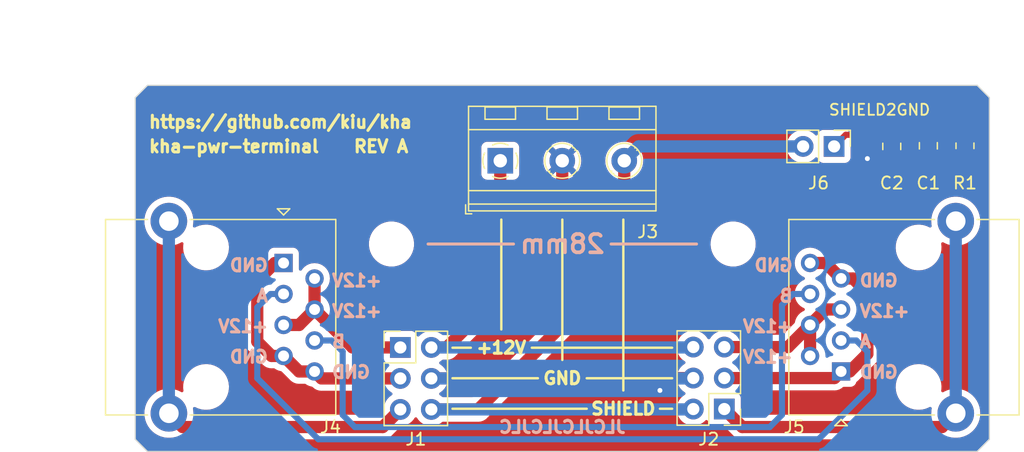
<source format=kicad_pcb>
(kicad_pcb (version 20221018) (generator pcbnew)
  (layers (0 "F.Cu" signal) (31 "B.Cu" signal) (34 "B.Paste" user) (35 "F.Paste" user) (36 "B.SilkS" user "B.Silkscreen") (37 "F.SilkS" user "F.Silkscreen") (38 "B.Mask" user) (39 "F.Mask" user) (44 "Edge.Cuts" user))
  (net 0 "")
  (net 1 "GND")
  (net 2 "Net-(C1-Pad1)")
  (net 3 "Net-(J2-Pin_1)")
  (net 4 "Earth")
  (net 5 "Net-(J2-Pin_3)")
  (net 6 "Net-(J2-Pin_5)")
  (net 7 "Net-(J1-Pin_1)")
  (net 8 "Net-(J1-Pin_3)")
  (net 9 "Net-(J1-Pin_5)")
  (net 10 "485+")
  (net 11 "485-")
  (net 12 "+12V")
  (footprint "Connector_PinHeader_2.54mm:PinHeader_2x03_P2.54mm_Vertical" (layer "F.Cu") (at 89.725 51.475)
    (fp_text reference "J1" (at 1.275 7.525 180) (layer "F.SilkS"))
    (fp_text value "Conn_02x03_Odd_Even")
    (fp_line (start -1.33 -1.33) (end 0 -1.33) (stroke (width 0.12)) (layer "F.SilkS"))
    (fp_line (start -1.33 0) (end -1.33 -1.33) (stroke (width 0.12)) (layer "F.SilkS"))
    (fp_line (start -1.33 1.27) (end -1.33 6.41) (stroke (width 0.12)) (layer "F.SilkS"))
    (fp_line (start -1.33 1.27) (end 1.27 1.27) (stroke (width 0.12)) (layer "F.SilkS"))
    (fp_line (start -1.33 6.41) (end 3.87 6.41) (stroke (width 0.12)) (layer "F.SilkS"))
    (fp_line (start 1.27 -1.33) (end 3.87 -1.33) (stroke (width 0.12)) (layer "F.SilkS"))
    (fp_line (start 1.27 1.27) (end 1.27 -1.33) (stroke (width 0.12)) (layer "F.SilkS"))
    (fp_line (start 3.87 -1.33) (end 3.87 6.41) (stroke (width 0.12)) (layer "F.SilkS"))
    (pad "1" thru_hole rect (at 0 0) (size 1.7 1.7) (drill 1) (layers "*.Cu" "*.Mask") (net 7 "Net-(J1-Pin_1)"))
    (pad "2" thru_hole oval (at 2.54 0) (size 1.7 1.7) (drill 1) (layers "*.Cu" "*.Mask") (net 12 "+12V"))
    (pad "3" thru_hole oval (at 0 2.54) (size 1.7 1.7) (drill 1) (layers "*.Cu" "*.Mask") (net 8 "Net-(J1-Pin_3)"))
    (pad "4" thru_hole oval (at 2.54 2.54) (size 1.7 1.7) (drill 1) (layers "*.Cu" "*.Mask") (net 1 "GND"))
    (pad "5" thru_hole oval (at 0 5.08) (size 1.7 1.7) (drill 1) (layers "*.Cu" "*.Mask") (net 9 "Net-(J1-Pin_5)"))
    (pad "6" thru_hole oval (at 2.54 5.08) (size 1.7 1.7) (drill 1) (layers "*.Cu" "*.Mask") (net 4 "Earth"))
  )
  (footprint "MountingHole:MountingHole_3.2mm_M3" (layer "F.Cu") (at 89 43)
    (fp_text reference "H1" hide)
    (fp_text value "MountingHole")
    (pad "" np_thru_hole circle (at 0 0) (size 3.2 3.2) (drill 3.2) (layers "*.Cu" "*.Mask"))
  )
  (footprint "Capacitor_SMD:C_0805_2012Metric" (layer "F.Cu") (at 130 35 -90)
    (fp_text reference "C2" (at 3 0) (layer "F.SilkS"))
    (fp_text value "10nF")
    (fp_line (start -0.261252 -0.735) (end 0.261252 -0.735) (stroke (width 0.12)) (layer "F.SilkS"))
    (fp_line (start -0.261252 0.735) (end 0.261252 0.735) (stroke (width 0.12)) (layer "F.SilkS"))
    (pad "1" smd roundrect (at -0.95 0 270) (size 1 1.45) (layers "F.Cu" "F.Paste" "F.Mask") (net 2 "Net-(C1-Pad1)"))
    (pad "2" smd roundrect (at 0.95 0 270) (size 1 1.45) (layers "F.Cu" "F.Paste" "F.Mask") (net 1 "GND"))
  )
  (footprint "kiu:GDLX-S-88K" (layer "F.Cu") (at 70.757 49 -90)
    (fp_text reference "J4" (at 9 -13.243 unlocked) (layer "F.SilkS"))
    (fp_text value "RJ45_Shielded")
    (fp_line (start -8.886 -9.906) (end -8.886 -8.89) (stroke (width 0.12)) (layer "F.SilkS"))
    (fp_line (start -8.886 -8.89) (end -8.378 -9.398) (stroke (width 0.12)) (layer "F.SilkS"))
    (fp_line (start -8.378 -9.398) (end -8.886 -9.906) (stroke (width 0.12)) (layer "F.SilkS"))
    (fp_line (start -8.01 -13.678) (end -8.01 -1.748) (stroke (width 0.12)) (layer "F.SilkS"))
    (fp_line (start -8.01 1.752) (end -8.01 5.192) (stroke (width 0.12)) (layer "F.SilkS"))
    (fp_line (start 8.01 -13.678) (end -8.01 -13.678) (stroke (width 0.12)) (layer "F.SilkS"))
    (fp_line (start 8.01 -13.678) (end 8.01 -1.748) (stroke (width 0.12)) (layer "F.SilkS"))
    (fp_line (start 8.01 1.752) (end 8.01 5.192) (stroke (width 0.12)) (layer "F.SilkS"))
    (fp_line (start 8.01 5.192) (end -8.01 5.192) (stroke (width 0.12)) (layer "F.SilkS"))
    (pad "" np_thru_hole circle (at -5.715 -3.048 270) (size 3.25 3.25) (drill 3.25) (layers "*.Cu" "*.Mask"))
    (pad "" np_thru_hole circle (at 5.715 -3.048 90) (size 3.25 3.25) (drill 3.25) (layers "*.Cu" "*.Mask"))
    (pad "1" thru_hole rect (at -4.445 -9.398 90) (size 1.5 1.5) (drill 0.9) (layers "*.Cu" "*.Mask") (net 8 "Net-(J1-Pin_3)"))
    (pad "2" thru_hole circle (at -3.175 -11.938 90) (size 1.5 1.5) (drill 0.9) (layers "*.Cu" "*.Mask") (net 7 "Net-(J1-Pin_1)"))
    (pad "3" thru_hole circle (at -1.905 -9.398 90) (size 1.5 1.5) (drill 0.9) (layers "*.Cu" "*.Mask") (net 10 "485+"))
    (pad "4" thru_hole circle (at -0.635 -11.938 90) (size 1.5 1.5) (drill 0.9) (layers "*.Cu" "*.Mask") (net 7 "Net-(J1-Pin_1)"))
    (pad "5" thru_hole circle (at 0.635 -9.398 90) (size 1.5 1.5) (drill 0.9) (layers "*.Cu" "*.Mask") (net 7 "Net-(J1-Pin_1)"))
    (pad "6" thru_hole circle (at 1.905 -11.938 90) (size 1.5 1.5) (drill 0.9) (layers "*.Cu" "*.Mask") (net 11 "485-"))
    (pad "7" thru_hole circle (at 3.175 -9.398 90) (size 1.5 1.5) (drill 0.9) (layers "*.Cu" "*.Mask") (net 8 "Net-(J1-Pin_3)"))
    (pad "8" thru_hole circle (at 4.445 -11.938 90) (size 1.5 1.5) (drill 0.9) (layers "*.Cu" "*.Mask") (net 8 "Net-(J1-Pin_3)"))
    (pad "SH" thru_hole circle (at -7.874 0.002 270) (size 3 3) (drill 1.6) (layers "*.Cu" "*.Mask") (net 9 "Net-(J1-Pin_5)"))
    (pad "SH" thru_hole circle (at 7.874 0 90) (size 3 3) (drill 1.6) (layers "*.Cu" "*.Mask") (net 9 "Net-(J1-Pin_5)"))
  )
  (footprint "Connector_PinHeader_2.54mm:PinHeader_1x02_P2.54mm_Vertical" (layer "F.Cu") (at 125.275 35 -90)
    (fp_text reference "J6" (at 3 1.275) (layer "F.SilkS"))
    (fp_text value "1x02_Jumper")
    (fp_line (start -1.33 -1.33) (end 0 -1.33) (stroke (width 0.12)) (layer "F.SilkS"))
    (fp_line (start -1.33 0) (end -1.33 -1.33) (stroke (width 0.12)) (layer "F.SilkS"))
    (fp_line (start -1.33 1.27) (end -1.33 3.87) (stroke (width 0.12)) (layer "F.SilkS"))
    (fp_line (start -1.33 1.27) (end 1.33 1.27) (stroke (width 0.12)) (layer "F.SilkS"))
    (fp_line (start -1.33 3.87) (end 1.33 3.87) (stroke (width 0.12)) (layer "F.SilkS"))
    (fp_line (start 1.33 1.27) (end 1.33 3.87) (stroke (width 0.12)) (layer "F.SilkS"))
    (pad "1" thru_hole rect (at 0 0 270) (size 1.7 1.7) (drill 1) (layers "*.Cu" "*.Mask") (net 2 "Net-(C1-Pad1)"))
    (pad "2" thru_hole oval (at 0 2.54 270) (size 1.7 1.7) (drill 1) (layers "*.Cu" "*.Mask") (net 4 "Earth"))
  )
  (footprint "TerminalBlock_RND:TerminalBlock_RND_205-00233_1x03_P5.08mm_Horizontal" (layer "F.Cu") (at 97.915 36.175)
    (fp_text reference "J3" (at 12.085 5.825) (layer "F.SilkS"))
    (fp_text value "Screw_Terminal_01x03")
    (fp_line (start -2.84 3.61) (end -2.84 4.35) (stroke (width 0.12)) (layer "F.SilkS"))
    (fp_line (start -2.84 4.35) (end -2.34 4.35) (stroke (width 0.12)) (layer "F.SilkS"))
    (fp_line (start -2.6 -4.46) (end -2.6 4.11) (stroke (width 0.12)) (layer "F.SilkS"))
    (fp_line (start -2.6 -4.46) (end 12.76 -4.46) (stroke (width 0.12)) (layer "F.SilkS"))
    (fp_line (start -2.6 -2.55) (end 12.76 -2.55) (stroke (width 0.12)) (layer "F.SilkS"))
    (fp_line (start -2.6 2.45) (end 12.76 2.45) (stroke (width 0.12)) (layer "F.SilkS"))
    (fp_line (start -2.6 3.55) (end 12.76 3.55) (stroke (width 0.12)) (layer "F.SilkS"))
    (fp_line (start -2.6 4.11) (end 12.76 4.11) (stroke (width 0.12)) (layer "F.SilkS"))
    (fp_line (start -1.25 -4.4) (end -1.25 -3.4) (stroke (width 0.12)) (layer "F.SilkS"))
    (fp_line (start -1.25 -4.4) (end 1.25 -4.4) (stroke (width 0.12)) (layer "F.SilkS"))
    (fp_line (start -1.25 -3.4) (end 1.25 -3.4) (stroke (width 0.12)) (layer "F.SilkS"))
    (fp_line (start 1.25 -4.4) (end 1.25 -3.4) (stroke (width 0.12)) (layer "F.SilkS"))
    (fp_line (start 3.83 -4.4) (end 3.83 -3.4) (stroke (width 0.12)) (layer "F.SilkS"))
    (fp_line (start 3.83 -4.4) (end 6.33 -4.4) (stroke (width 0.12)) (layer "F.SilkS"))
    (fp_line (start 3.83 -3.4) (end 6.33 -3.4) (stroke (width 0.12)) (layer "F.SilkS"))
    (fp_line (start 4.056 0.85) (end 3.996 0.91) (stroke (width 0.12)) (layer "F.SilkS"))
    (fp_line (start 4.21 1.045) (end 4.17 1.085) (stroke (width 0.12)) (layer "F.SilkS"))
    (fp_line (start 5.991 -1.085) (end 5.951 -1.045) (stroke (width 0.12)) (layer "F.SilkS"))
    (fp_line (start 6.165 -0.91) (end 6.105 -0.851) (stroke (width 0.12)) (layer "F.SilkS"))
    (fp_line (start 6.33 -4.4) (end 6.33 -3.4) (stroke (width 0.12)) (layer "F.SilkS"))
    (fp_line (start 8.91 -4.4) (end 8.91 -3.4) (stroke (width 0.12)) (layer "F.SilkS"))
    (fp_line (start 8.91 -4.4) (end 11.41 -4.4) (stroke (width 0.12)) (layer "F.SilkS"))
    (fp_line (start 8.91 -3.4) (end 11.41 -3.4) (stroke (width 0.12)) (layer "F.SilkS"))
    (fp_line (start 9.136 0.85) (end 9.076 0.91) (stroke (width 0.12)) (layer "F.SilkS"))
    (fp_line (start 9.29 1.045) (end 9.25 1.085) (stroke (width 0.12)) (layer "F.SilkS"))
    (fp_line (start 11.071 -1.085) (end 11.031 -1.045) (stroke (width 0.12)) (layer "F.SilkS"))
    (fp_line (start 11.245 -0.91) (end 11.185 -0.851) (stroke (width 0.12)) (layer "F.SilkS"))
    (fp_line (start 11.41 -4.4) (end 11.41 -3.4) (stroke (width 0.12)) (layer "F.SilkS"))
    (fp_line (start 12.76 -4.46) (end 12.76 4.11) (stroke (width 0.12)) (layer "F.SilkS"))
    (fp_arc (start -1.286611 0.626746) (mid -1.431146 -0.000698) (end -1.286 -0.628) (stroke (width 0.12)) (layer "F.SilkS"))
    (fp_arc (start -0.627362 -1.285823) (mid -0.000201 -1.430702) (end 0.627 -1.286) (stroke (width 0.12)) (layer "F.SilkS"))
    (fp_arc (start 0.02428 1.43094) (mid -0.310437 1.397071) (end -0.628 1.286) (stroke (width 0.12)) (layer "F.SilkS"))
    (fp_arc (start 0.626871 1.285275) (mid 0.32168 1.393349) (end 0 1.43) (stroke (width 0.12)) (layer "F.SilkS"))
    (fp_arc (start 1.285823 -0.627362) (mid 1.430707 -0.000201) (end 1.286 0.627) (stroke (width 0.12)) (layer "F.SilkS"))
    (fp_circle (center 5.08 0) (end 6.51 0) (stroke (width 0.12)) (fill none) (layer "F.SilkS"))
    (fp_circle (center 10.16 0) (end 11.59 0) (stroke (width 0.12)) (fill none) (layer "F.SilkS"))
    (pad "1" thru_hole rect (at 0 0) (size 2.1 2.1) (drill 1.1) (layers "*.Cu" "*.Mask") (net 12 "+12V"))
    (pad "2" thru_hole circle (at 5.08 0) (size 2.1 2.1) (drill 1.1) (layers "*.Cu" "*.Mask") (net 1 "GND"))
    (pad "3" thru_hole circle (at 10.16 0) (size 2.1 2.1) (drill 1.1) (layers "*.Cu" "*.Mask") (net 4 "Earth"))
  )
  (footprint "MountingHole:MountingHole_3.2mm_M3" (layer "F.Cu") (at 117 43)
    (fp_text reference "H2" hide)
    (fp_text value "MountingHole")
    (pad "" np_thru_hole circle (at 0 0) (size 3.2 3.2) (drill 3.2) (layers "*.Cu" "*.Mask"))
  )
  (footprint "Capacitor_SMD:C_0805_2012Metric" (layer "F.Cu") (at 133 34.95 -90)
    (fp_text reference "C1" (at 3.05 0) (layer "F.SilkS"))
    (fp_text value "100nF")
    (fp_line (start -0.261252 -0.735) (end 0.261252 -0.735) (stroke (width 0.12)) (layer "F.SilkS"))
    (fp_line (start -0.261252 0.735) (end 0.261252 0.735) (stroke (width 0.12)) (layer "F.SilkS"))
    (pad "1" smd roundrect (at -0.95 0 270) (size 1 1.45) (layers "F.Cu" "F.Paste" "F.Mask") (net 2 "Net-(C1-Pad1)"))
    (pad "2" smd roundrect (at 0.95 0 270) (size 1 1.45) (layers "F.Cu" "F.Paste" "F.Mask") (net 1 "GND"))
  )
  (footprint "Connector_PinHeader_2.54mm:PinHeader_2x03_P2.54mm_Vertical" (layer "F.Cu") (at 116.275 56.525 180)
    (fp_text reference "J2" (at 1.275 -2.475 180) (layer "F.SilkS"))
    (fp_text value "Conn_02x03_Odd_Even")
    (fp_line (start -1.33 -1.33) (end 0 -1.33) (stroke (width 0.12)) (layer "F.SilkS"))
    (fp_line (start -1.33 0) (end -1.33 -1.33) (stroke (width 0.12)) (layer "F.SilkS"))
    (fp_line (start -1.33 1.27) (end -1.33 6.41) (stroke (width 0.12)) (layer "F.SilkS"))
    (fp_line (start -1.33 1.27) (end 1.27 1.27) (stroke (width 0.12)) (layer "F.SilkS"))
    (fp_line (start -1.33 6.41) (end 3.87 6.41) (stroke (width 0.12)) (layer "F.SilkS"))
    (fp_line (start 1.27 -1.33) (end 3.87 -1.33) (stroke (width 0.12)) (layer "F.SilkS"))
    (fp_line (start 1.27 1.27) (end 1.27 -1.33) (stroke (width 0.12)) (layer "F.SilkS"))
    (fp_line (start 3.87 -1.33) (end 3.87 6.41) (stroke (width 0.12)) (layer "F.SilkS"))
    (pad "1" thru_hole rect (at 0 0 180) (size 1.7 1.7) (drill 1) (layers "*.Cu" "*.Mask") (net 3 "Net-(J2-Pin_1)"))
    (pad "2" thru_hole oval (at 2.54 0 180) (size 1.7 1.7) (drill 1) (layers "*.Cu" "*.Mask") (net 4 "Earth"))
    (pad "3" thru_hole oval (at 0 2.54 180) (size 1.7 1.7) (drill 1) (layers "*.Cu" "*.Mask") (net 5 "Net-(J2-Pin_3)"))
    (pad "4" thru_hole oval (at 2.54 2.54 180) (size 1.7 1.7) (drill 1) (layers "*.Cu" "*.Mask") (net 1 "GND"))
    (pad "5" thru_hole oval (at 0 5.08 180) (size 1.7 1.7) (drill 1) (layers "*.Cu" "*.Mask") (net 6 "Net-(J2-Pin_5)"))
    (pad "6" thru_hole oval (at 2.54 5.08 180) (size 1.7 1.7) (drill 1) (layers "*.Cu" "*.Mask") (net 12 "+12V"))
  )
  (footprint "kiu:GDLX-S-88K" (layer "F.Cu") (at 135.243 49 90)
    (fp_text reference "J5" (at -9 -13.243 unlocked) (layer "F.SilkS"))
    (fp_text value "RJ45_Shielded")
    (fp_line (start -8.886 -9.906) (end -8.886 -8.89) (stroke (width 0.12)) (layer "F.SilkS"))
    (fp_line (start -8.886 -8.89) (end -8.378 -9.398) (stroke (width 0.12)) (layer "F.SilkS"))
    (fp_line (start -8.378 -9.398) (end -8.886 -9.906) (stroke (width 0.12)) (layer "F.SilkS"))
    (fp_line (start -8.01 -13.678) (end -8.01 -1.748) (stroke (width 0.12)) (layer "F.SilkS"))
    (fp_line (start -8.01 1.752) (end -8.01 5.192) (stroke (width 0.12)) (layer "F.SilkS"))
    (fp_line (start 8.01 -13.678) (end -8.01 -13.678) (stroke (width 0.12)) (layer "F.SilkS"))
    (fp_line (start 8.01 -13.678) (end 8.01 -1.748) (stroke (width 0.12)) (layer "F.SilkS"))
    (fp_line (start 8.01 1.752) (end 8.01 5.192) (stroke (width 0.12)) (layer "F.SilkS"))
    (fp_line (start 8.01 5.192) (end -8.01 5.192) (stroke (width 0.12)) (layer "F.SilkS"))
    (pad "" np_thru_hole circle (at -5.715 -3.048 90) (size 3.25 3.25) (drill 3.25) (layers "*.Cu" "*.Mask"))
    (pad "" np_thru_hole circle (at 5.715 -3.048 270) (size 3.25 3.25) (drill 3.25) (layers "*.Cu" "*.Mask"))
    (pad "1" thru_hole rect (at -4.445 -9.398 270) (size 1.5 1.5) (drill 0.9) (layers "*.Cu" "*.Mask") (net 5 "Net-(J2-Pin_3)"))
    (pad "2" thru_hole circle (at -3.175 -11.938 270) (size 1.5 1.5) (drill 0.9) (layers "*.Cu" "*.Mask") (net 6 "Net-(J2-Pin_5)"))
    (pad "3" thru_hole circle (at -1.905 -9.398 270) (size 1.5 1.5) (drill 0.9) (layers "*.Cu" "*.Mask") (net 10 "485+"))
    (pad "4" thru_hole circle (at -0.635 -11.938 270) (size 1.5 1.5) (drill 0.9) (layers "*.Cu" "*.Mask") (net 6 "Net-(J2-Pin_5)"))
    (pad "5" thru_hole circle (at 0.635 -9.398 270) (size 1.5 1.5) (drill 0.9) (layers "*.Cu" "*.Mask") (net 6 "Net-(J2-Pin_5)"))
    (pad "6" thru_hole circle (at 1.905 -11.938 270) (size 1.5 1.5) (drill 0.9) (layers "*.Cu" "*.Mask") (net 11 "485-"))
    (pad "7" thru_hole circle (at 3.175 -9.398 270) (size 1.5 1.5) (drill 0.9) (layers "*.Cu" "*.Mask") (net 5 "Net-(J2-Pin_3)"))
    (pad "8" thru_hole circle (at 4.445 -11.938 270) (size 1.5 1.5) (drill 0.9) (layers "*.Cu" "*.Mask") (net 5 "Net-(J2-Pin_3)"))
    (pad "SH" thru_hole circle (at -7.874 0.002 90) (size 3 3) (drill 1.6) (layers "*.Cu" "*.Mask") (net 3 "Net-(J2-Pin_1)"))
    (pad "SH" thru_hole circle (at 7.874 0 270) (size 3 3) (drill 1.6) (layers "*.Cu" "*.Mask") (net 3 "Net-(J2-Pin_1)"))
  )
  (footprint "Resistor_SMD:R_0805_2012Metric" (layer "F.Cu") (at 136 34.95 -90)
    (fp_text reference "R1" (at 3.05 0) (layer "F.SilkS"))
    (fp_text value "1M")
    (fp_line (start -0.227064 -0.735) (end 0.227064 -0.735) (stroke (width 0.12)) (layer "F.SilkS"))
    (fp_line (start -0.227064 0.735) (end 0.227064 0.735) (stroke (width 0.12)) (layer "F.SilkS"))
    (pad "1" smd roundrect (at -0.9125 0 270) (size 1.025 1.4) (layers "F.Cu" "F.Paste" "F.Mask") (roundrect_rratio 0.243902439) (net 2 "Net-(C1-Pad1)"))
    (pad "2" smd roundrect (at 0.9125 0 270) (size 1.025 1.4) (layers "F.Cu" "F.Paste" "F.Mask") (roundrect_rratio 0.243902439) (net 1 "GND"))
  )
  (gr_line (start 92 43) (end 99 43) (stroke (width 0.25)) (layer "B.SilkS"))
  (gr_line (start 107 43) (end 114 43) (stroke (width 0.25)) (layer "B.SilkS"))
  (gr_line (start 100.5 51.5) (end 112 51.5) (stroke (width 0.2)) (layer "F.SilkS"))
  (gr_line (start 108 41) (end 108 55) (stroke (width 0.2)) (layer "F.SilkS"))
  (gr_line (start 105 56.5) (end 94 56.5) (stroke (width 0.2)) (layer "F.SilkS"))
  (gr_line (start 111 56.5) (end 112 56.5) (stroke (width 0.2)) (layer "F.SilkS"))
  (gr_line (start 95.5 51.5) (end 94 51.5) (stroke (width 0.2)) (layer "F.SilkS"))
  (gr_line (start 105 54) (end 112 54) (stroke (width 0.2)) (layer "F.SilkS"))
  (gr_line (start 98 41) (end 98 50) (stroke (width 0.2)) (layer "F.SilkS"))
  (gr_line (start 103 41) (end 103 52.5) (stroke (width 0.2)) (layer "F.SilkS"))
  (gr_line (start 101 54) (end 94 54) (stroke (width 0.2)) (layer "F.SilkS"))
  (gr_line (start 68 31) (end 68 59) (stroke (width 0.1)) (layer "Edge.Cuts"))
  (gr_line (start 138 31) (end 138 59) (stroke (width 0.1)) (layer "Edge.Cuts"))
  (gr_line (start 68 31) (end 69 30) (stroke (width 0.1)) (layer "Edge.Cuts"))
  (gr_line (start 138 59) (end 137 60) (stroke (width 0.1)) (layer "Edge.Cuts"))
  (gr_line (start 137 30) (end 138 31) (stroke (width 0.1)) (layer "Edge.Cuts"))
  (gr_line (start 69 60) (end 137 60) (stroke (width 0.1)) (layer "Edge.Cuts"))
  (gr_line (start 69 30) (end 137 30) (stroke (width 0.1)) (layer "Edge.Cuts"))
  (gr_line (start 68 59) (end 69 60) (stroke (width 0.1)) (layer "Edge.Cuts"))
  (gr_text "+12V" (at 84 48.5) (layer "B.SilkS") (effects (font (size 1 1) (thickness 0.25)) (justify right mirror)))
  (gr_text "GND" (at 127.25 46) (layer "B.SilkS") (effects (font (size 1 1) (thickness 0.25)) (justify right mirror)))
  (gr_text "+12V" (at 122 49.75) (layer "B.SilkS") (effects (font (size 1 1) (thickness 0.25)) (justify left mirror)))
  (gr_text "+12V" (at 79 49.75) (layer "B.SilkS") (effects (font (size 1 1) (thickness 0.25)) (justify left mirror)))
  (gr_text "+12V" (at 122 52.25) (layer "B.SilkS") (effects (font (size 1 1) (thickness 0.25)) (justify left mirror)))
  (gr_text "GND" (at 127.25 53.5) (layer "B.SilkS") (effects (font (size 1 1) (thickness 0.25)) (justify right mirror)))
  (gr_text "GND" (at 122 44.75) (layer "B.SilkS") (effects (font (size 1 1) (thickness 0.25)) (justify left mirror)))
  (gr_text "B" (at 84 51) (layer "B.SilkS") (effects (font (size 1 1) (thickness 0.25)) (justify right mirror)))
  (gr_text "B" (at 122 47.25) (layer "B.SilkS") (effects (font (size 1 1) (thickness 0.25)) (justify left mirror)))
  (gr_text "JLCJLCJLCJLC" (at 103 58) (layer "B.SilkS") (effects (font (size 1 1) (thickness 0.25)) (justify mirror)))
  (gr_text "+12V" (at 84 46) (layer "B.SilkS") (effects (font (size 1 1) (thickness 0.25)) (justify right mirror)))
  (gr_text "A" (at 127.25 51) (layer "B.SilkS") (effects (font (size 1 1) (thickness 0.25)) (justify right mirror)))
  (gr_text "GND" (at 84 53.5) (layer "B.SilkS") (effects (font (size 1 1) (thickness 0.25)) (justify right mirror)))
  (gr_text "A" (at 79 47.25) (layer "B.SilkS") (effects (font (size 1 1) (thickness 0.25)) (justify left mirror)))
  (gr_text "GND" (at 79 44.75) (layer "B.SilkS") (effects (font (size 1 1) (thickness 0.25)) (justify left mirror)))
  (gr_text "28mm" (at 103 43) (layer "B.SilkS") (effects (font (size 1.5 1.5) (thickness 0.3) bold) (justify mirror)))
  (gr_text "GND" (at 79 52.25) (layer "B.SilkS") (effects (font (size 1 1) (thickness 0.25)) (justify left mirror)))
  (gr_text "+12V" (at 127.25 48.5) (layer "B.SilkS") (effects (font (size 1 1) (thickness 0.25)) (justify right mirror)))
  (gr_text "REV A" (at 90.5 35) (layer "F.SilkS") (effects (font (size 1 1) (thickness 0.25)) (justify right)))
  (gr_text "https://github.com/kiu/kha" (at 69 33) (layer "F.SilkS") (effects (font (size 1 1) (thickness 0.25)) (justify left)))
  (gr_text "+12V" (at 98 51.5) (layer "F.SilkS") (effects (font (size 1 1) (thickness 0.25))))
  (gr_text "kha-pwr-terminal" (at 69 35) (layer "F.SilkS") (effects (font (size 1 1) (thickness 0.25)) (justify left)))
  (gr_text "SHIELD" (at 108 56.5) (layer "F.SilkS") (effects (font (size 1 1) (thickness 0.25))))
  (gr_text "SHIELD2GND" (at 129 32) (layer "F.SilkS") (effects (font (size 0.9 0.9) (thickness 0.15) bold)))
  (gr_text "GND" (at 103 54) (layer "F.SilkS") (effects (font (size 1 1) (thickness 0.25))))
  (segment (start 92.265 54.015) (end 94.985 54.015) (width 1) (layer "F.Cu") (net 1))
  (segment (start 113.735 53.985) (end 112.015 53.985) (width 1) (layer "F.Cu") (net 1))
  (segment (start 103 46) (end 103 44.5) (width 1) (layer "F.Cu") (net 1))
  (segment (start 94.985 54.015) (end 103 46) (width 1) (layer "F.Cu") (net 1))
  (segment (start 102.995 44.495) (end 102.995 36.175) (width 1) (layer "F.Cu") (net 1))
  (segment (start 136 35.8625) (end 133.0375 35.8625) (width 0.5) (layer "F.Cu") (net 1))
  (segment (start 133.0375 35.8625) (end 133 35.9) (width 0.5) (layer "F.Cu") (net 1))
  (segment (start 133 35.9) (end 130.05 35.9) (width 0.5) (layer "F.Cu") (net 1))
  (segment (start 130.05 35.9) (end 130 35.95) (width 0.5) (layer "F.Cu") (net 1))
  (segment (start 103 44.5) (end 102.995 44.495) (width 1) (layer "F.Cu") (net 1))
  (segment (start 112.015 53.985) (end 111 55) (width 1) (layer "F.Cu") (net 1))
  (via (at 128 36) (size 0.8) (drill 0.4) (layers "F.Cu" "B.Cu") (net 1))
  (via (at 111 55) (size 0.8) (drill 0.4) (layers "F.Cu" "B.Cu") (net 1))
  (segment (start 92.265 54.015) (end 102.985 54.015) (width 1) (layer "B.Cu") (net 1))
  (segment (start 104.985 54.015) (end 113.705 54.015) (width 1) (layer "B.Cu") (net 1))
  (segment (start 102.985 54.015) (end 104.985 54.015) (width 1) (layer "B.Cu") (net 1))
  (segment (start 113.705 54.015) (end 113.735 53.985) (width 1) (layer "B.Cu") (net 1))
  (segment (start 136 34.0375) (end 133.0375 34.0375) (width 0.5) (layer "F.Cu") (net 2))
  (segment (start 132.95 34.05) (end 133 34) (width 0.5) (layer "F.Cu") (net 2))
  (segment (start 126.225 34.05) (end 125.275 35) (width 0.5) (layer "F.Cu") (net 2))
  (segment (start 130 34.05) (end 132.95 34.05) (width 0.5) (layer "F.Cu") (net 2))
  (segment (start 130 34.05) (end 126.225 34.05) (width 0.5) (layer "F.Cu") (net 2))
  (segment (start 133.0375 34.0375) (end 133 34) (width 0.5) (layer "F.Cu") (net 2))
  (segment (start 117.75 58) (end 116.275 56.525) (width 1) (layer "F.Cu") (net 3))
  (segment (start 134.119 58) (end 117.75 58) (width 1) (layer "F.Cu") (net 3))
  (segment (start 135.245 56.874) (end 134.119 58) (width 1) (layer "F.Cu") (net 3))
  (segment (start 135.243 41.221) (end 135.243 56.967) (width 1) (layer "B.Cu") (net 3))
  (segment (start 96.105 56.555) (end 108.075 44.585) (width 1) (layer "F.Cu") (net 4))
  (segment (start 108.075 44.585) (end 108.075 36.175) (width 1) (layer "F.Cu") (net 4))
  (segment (start 92.265 56.555) (end 96.105 56.555) (width 1) (layer "F.Cu") (net 4))
  (segment (start 113.705 56.555) (end 113.735 56.525) (width 1) (layer "B.Cu") (net 4))
  (segment (start 92.265 56.555) (end 113.705 56.555) (width 1) (layer "B.Cu") (net 4))
  (segment (start 122.735 35) (end 109.25 35) (width 1) (layer "B.Cu") (net 4))
  (segment (start 109.25 35) (end 108.075 36.175) (width 1) (layer "B.Cu") (net 4))
  (segment (start 123.305 44.555) (end 124.575 44.555) (width 1) (layer "F.Cu") (net 5))
  (segment (start 116.275 53.985) (end 125.305 53.985) (width 1) (layer "F.Cu") (net 5))
  (segment (start 124.575 44.555) (end 125.845 45.825) (width 1) (layer "F.Cu") (net 5))
  (segment (start 125.845 45.825) (end 126.825 45.825) (width 1) (layer "F.Cu") (net 5))
  (segment (start 125.305 53.985) (end 125.845 53.445) (width 1) (layer "F.Cu") (net 5))
  (segment (start 126.555 53.445) (end 125.845 53.445) (width 1) (layer "F.Cu") (net 5))
  (segment (start 128 47) (end 128 52) (width 1) (layer "F.Cu") (net 5))
  (segment (start 128 52) (end 126.555 53.445) (width 1) (layer "F.Cu") (net 5))
  (segment (start 126.825 45.825) (end 128 47) (width 1) (layer "F.Cu") (net 5))
  (segment (start 121.495 51.445) (end 123.305 49.635) (width 1) (layer "F.Cu") (net 6))
  (segment (start 124.575 48.365) (end 123.305 49.635) (width 1) (layer "F.Cu") (net 6))
  (segment (start 125.845 48.365) (end 124.575 48.365) (width 1) (layer "F.Cu") (net 6))
  (segment (start 123.305 52.175) (end 123.305 49.635) (width 1) (layer "F.Cu") (net 6))
  (segment (start 116.275 51.445) (end 121.495 51.445) (width 1) (layer "F.Cu") (net 6))
  (segment (start 81.425 49.635) (end 82.695 48.365) (width 1) (layer "F.Cu") (net 7))
  (segment (start 80.155 49.635) (end 81.425 49.635) (width 1) (layer "F.Cu") (net 7))
  (segment (start 85.805 51.475) (end 82.695 48.365) (width 1) (layer "F.Cu") (net 7))
  (segment (start 89.725 51.475) (end 85.805 51.475) (width 1) (layer "F.Cu") (net 7))
  (segment (start 82.695 45.825) (end 82.695 48.365) (width 1) (layer "F.Cu") (net 7))
  (segment (start 89.725 54.015) (end 83.265 54.015) (width 1) (layer "F.Cu") (net 8))
  (segment (start 79.175 52.175) (end 80.155 52.175) (width 1) (layer "F.Cu") (net 8))
  (segment (start 79.445 44.555) (end 78 46) (width 1) (layer "F.Cu") (net 8))
  (segment (start 78 51) (end 79.175 52.175) (width 1) (layer "F.Cu") (net 8))
  (segment (start 80.155 44.555) (end 79.445 44.555) (width 1) (layer "F.Cu") (net 8))
  (segment (start 78 46) (end 78 51) (width 1) (layer "F.Cu") (net 8))
  (segment (start 82.695 53.445) (end 81.425 53.445) (width 1) (layer "F.Cu") (net 8))
  (segment (start 83.265 54.015) (end 82.695 53.445) (width 1) (layer "F.Cu") (net 8))
  (segment (start 81.425 53.445) (end 80.155 52.175) (width 1) (layer "F.Cu") (net 8))
  (segment (start 71.883 58) (end 88.28 58) (width 1) (layer "F.Cu") (net 9))
  (segment (start 70.757 56.874) (end 71.883 58) (width 1) (layer "F.Cu") (net 9))
  (segment (start 88.28 58) (end 89.725 56.555) (width 1) (layer "F.Cu") (net 9))
  (segment (start 70.755 56.872) (end 70.757 56.874) (width 1) (layer "B.Cu") (net 9))
  (segment (start 70.755 41.126) (end 70.755 56.872) (width 1) (layer "B.Cu") (net 9))
  (segment (start 128 51.81) (end 128 55) (width 0.5) (layer "B.Cu") (net 10))
  (segment (start 78 48.19) (end 79.095 47.095) (width 0.5) (layer "B.Cu") (net 10))
  (segment (start 127.095 50.905) (end 128 51.81) (width 0.5) (layer "B.Cu") (net 10))
  (segment (start 83 59) (end 78 54) (width 0.5) (layer "B.Cu") (net 10))
  (segment (start 128 55) (end 124 59) (width 0.5) (layer "B.Cu") (net 10))
  (segment (start 124 59) (end 83 59) (width 0.5) (layer "B.Cu") (net 10))
  (segment (start 125.845 50.905) (end 127.095 50.905) (width 0.5) (layer "B.Cu") (net 10))
  (segment (start 78 54) (end 78 48.19) (width 0.5) (layer "B.Cu") (net 10))
  (segment (start 79.095 47.095) (end 80.155 47.095) (width 0.5) (layer "B.Cu") (net 10))
  (segment (start 85 57) (end 85 51.81) (width 0.5) (layer "B.Cu") (net 11))
  (segment (start 120 58) (end 86 58) (width 0.5) (layer "B.Cu") (net 11))
  (segment (start 121 48) (end 121 57) (width 0.5) (layer "B.Cu") (net 11))
  (segment (start 121.905 47.095) (end 121 48) (width 0.5) (layer "B.Cu") (net 11))
  (segment (start 86 58) (end 85 57) (width 0.5) (layer "B.Cu") (net 11))
  (segment (start 85 51.81) (end 84.095 50.905) (width 0.5) (layer "B.Cu") (net 11))
  (segment (start 84.095 50.905) (end 82.695 50.905) (width 0.5) (layer "B.Cu") (net 11))
  (segment (start 121 57) (end 120 58) (width 0.5) (layer "B.Cu") (net 11))
  (segment (start 123.305 47.095) (end 121.905 47.095) (width 0.5) (layer "B.Cu") (net 11))
  (segment (start 93.525 51.475) (end 97.915 47.085) (width 1) (layer "F.Cu") (net 12))
  (segment (start 97.915 47.085) (end 97.915 36.175) (width 1) (layer "F.Cu") (net 12))
  (segment (start 92.265 51.475) (end 93.525 51.475) (width 1) (layer "F.Cu") (net 12))
  (segment (start 92.265 51.475) (end 113.705 51.475) (width 1) (layer "B.Cu") (net 12))
  (segment (start 113.705 51.475) (end 113.735 51.445) (width 1) (layer "B.Cu") (net 12))
  (zone (net 1) (net_name "GND") (layers "F&B.Cu") (connect_pads (clearance 0.508)) (min_thickness 0.254) (fill yes (thermal_gap 0.508) (thermal_bridge_width 0.508))
    (polygon (pts (xy 138 60) (xy 68 60) (xy 68 30) (xy 138 30)))
  )
)
</source>
